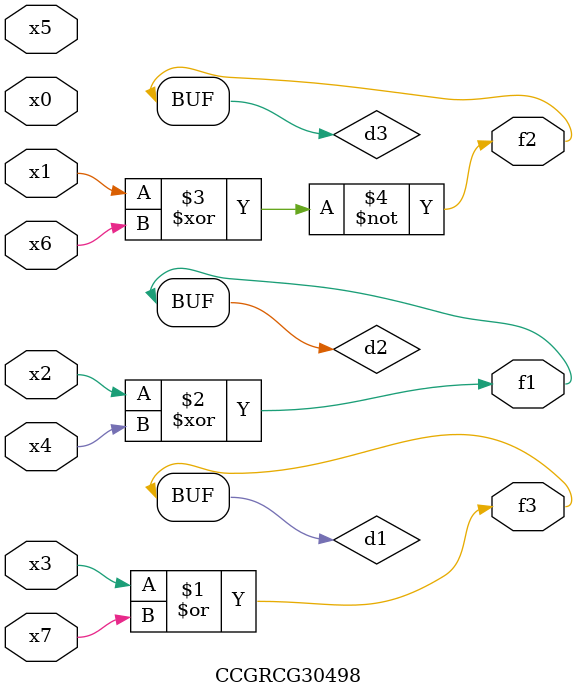
<source format=v>
module CCGRCG30498(
	input x0, x1, x2, x3, x4, x5, x6, x7,
	output f1, f2, f3
);

	wire d1, d2, d3;

	or (d1, x3, x7);
	xor (d2, x2, x4);
	xnor (d3, x1, x6);
	assign f1 = d2;
	assign f2 = d3;
	assign f3 = d1;
endmodule

</source>
